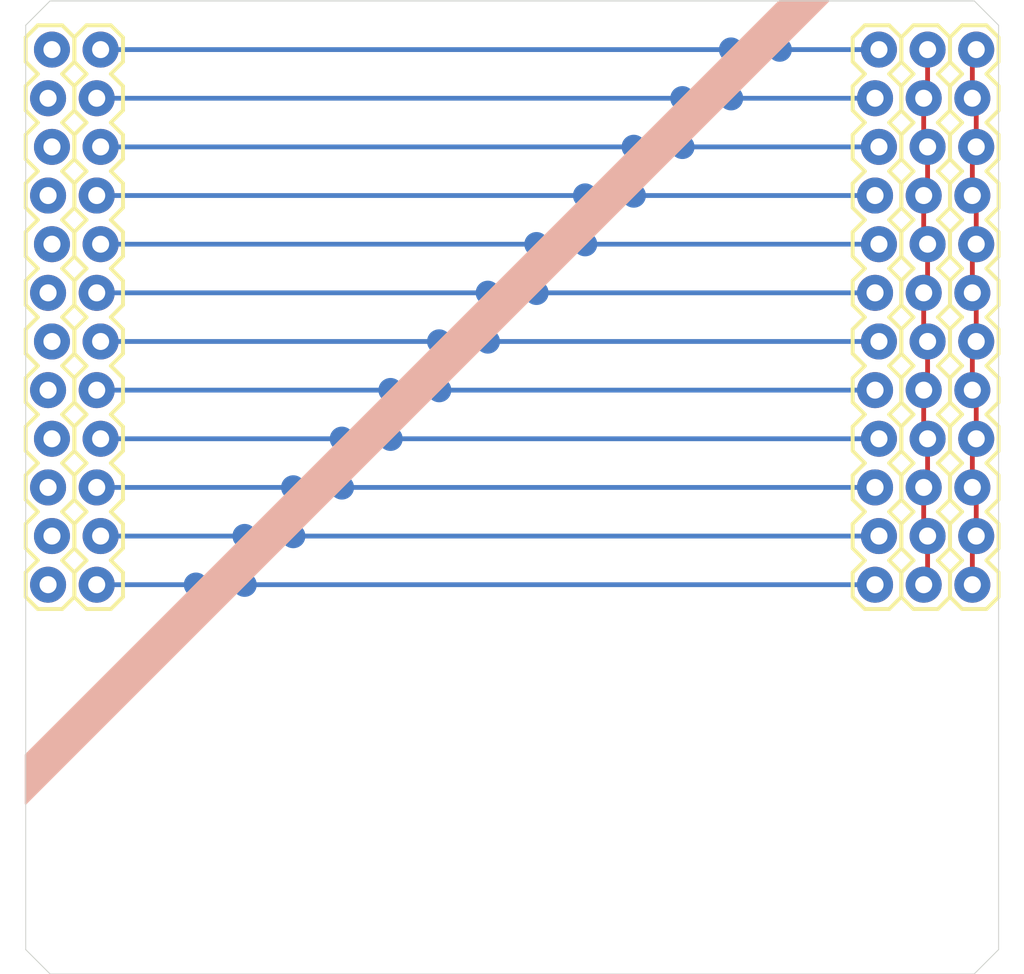
<source format=kicad_pcb>
(kicad_pcb (version 20171130) (host pcbnew "(5.1.5-0-10_14)")

  (general
    (thickness 1.6)
    (drawings 13)
    (tracks 68)
    (zones 0)
    (modules 29)
    (nets 1)
  )

  (page A4)
  (layers
    (0 F.Cu signal)
    (31 B.Cu signal)
    (32 B.Adhes user)
    (33 F.Adhes user)
    (34 B.Paste user)
    (35 F.Paste user)
    (36 B.SilkS user)
    (37 F.SilkS user)
    (38 B.Mask user)
    (39 F.Mask user)
    (40 Dwgs.User user)
    (41 Cmts.User user)
    (42 Eco1.User user)
    (43 Eco2.User user)
    (44 Edge.Cuts user)
    (45 Margin user)
    (46 B.CrtYd user)
    (47 F.CrtYd user)
    (48 B.Fab user)
    (49 F.Fab user)
  )

  (setup
    (last_trace_width 0.25)
    (trace_clearance 0.2)
    (zone_clearance 0.508)
    (zone_45_only no)
    (trace_min 0.2)
    (via_size 0.8)
    (via_drill 0.4)
    (via_min_size 0.4)
    (via_min_drill 0.3)
    (uvia_size 0.3)
    (uvia_drill 0.1)
    (uvias_allowed no)
    (uvia_min_size 0.2)
    (uvia_min_drill 0.1)
    (edge_width 0.05)
    (segment_width 0.2)
    (pcb_text_width 0.3)
    (pcb_text_size 1.5 1.5)
    (mod_edge_width 0.12)
    (mod_text_size 1 1)
    (mod_text_width 0.15)
    (pad_size 1.524 1.524)
    (pad_drill 0.762)
    (pad_to_mask_clearance 0.051)
    (solder_mask_min_width 0.25)
    (aux_axis_origin 0 0)
    (visible_elements FFFFFF7F)
    (pcbplotparams
      (layerselection 0x010fc_ffffffff)
      (usegerberextensions false)
      (usegerberattributes false)
      (usegerberadvancedattributes false)
      (creategerberjobfile false)
      (excludeedgelayer true)
      (linewidth 0.100000)
      (plotframeref false)
      (viasonmask false)
      (mode 1)
      (useauxorigin false)
      (hpglpennumber 1)
      (hpglpenspeed 20)
      (hpglpendiameter 15.000000)
      (psnegative false)
      (psa4output false)
      (plotreference true)
      (plotvalue true)
      (plotinvisibletext false)
      (padsonsilk false)
      (subtractmaskfromsilk false)
      (outputformat 1)
      (mirror false)
      (drillshape 1)
      (scaleselection 1)
      (outputdirectory ""))
  )

  (net 0 "")

  (net_class Default "This is the default net class."
    (clearance 0.2)
    (trace_width 0.25)
    (via_dia 0.8)
    (via_drill 0.4)
    (uvia_dia 0.3)
    (uvia_drill 0.1)
  )

  (module alexglow-footprints:round-pad (layer B.Cu) (tedit 61442FED) (tstamp 6144FC71)
    (at 161.29 55.88)
    (descr "ELECTRICALLY CONDUCTIVE PAD 0.05\" CIRCLE")
    (tags "ELECTRICALLY CONDUCTIVE PAD 0.05\" CIRCLE")
    (attr smd)
    (fp_text reference " " (at 0 1.27) (layer B.SilkS)
      (effects (font (size 0.6096 0.6096) (thickness 0.127)) (justify mirror))
    )
    (fp_text value " " (at 0 -1.27) (layer B.SilkS)
      (effects (font (size 0.6096 0.6096) (thickness 0.127)) (justify mirror))
    )
    (pad P$1 smd circle (at 0 0) (size 1.27 1.27) (layers B.Cu B.Paste B.Mask)
      (solder_mask_margin 0.1016))
  )

  (module alexglow-footprints:round-pad (layer B.Cu) (tedit 61442FED) (tstamp 6144FC6D)
    (at 138.43 78.74)
    (descr "ELECTRICALLY CONDUCTIVE PAD 0.05\" CIRCLE")
    (tags "ELECTRICALLY CONDUCTIVE PAD 0.05\" CIRCLE")
    (attr smd)
    (fp_text reference " " (at 0 1.27) (layer B.SilkS)
      (effects (font (size 0.6096 0.6096) (thickness 0.127)) (justify mirror))
    )
    (fp_text value " " (at 0 -1.27) (layer B.SilkS)
      (effects (font (size 0.6096 0.6096) (thickness 0.127)) (justify mirror))
    )
    (pad P$1 smd circle (at 0 0) (size 1.27 1.27) (layers B.Cu B.Paste B.Mask)
      (solder_mask_margin 0.1016))
  )

  (module alexglow-footprints:round-pad (layer B.Cu) (tedit 61442FED) (tstamp 6144FC69)
    (at 161.29 58.42)
    (descr "ELECTRICALLY CONDUCTIVE PAD 0.05\" CIRCLE")
    (tags "ELECTRICALLY CONDUCTIVE PAD 0.05\" CIRCLE")
    (attr smd)
    (fp_text reference " " (at 0 1.27) (layer B.SilkS)
      (effects (font (size 0.6096 0.6096) (thickness 0.127)) (justify mirror))
    )
    (fp_text value " " (at 0 -1.27) (layer B.SilkS)
      (effects (font (size 0.6096 0.6096) (thickness 0.127)) (justify mirror))
    )
    (pad P$1 smd circle (at 0 0) (size 1.27 1.27) (layers B.Cu B.Paste B.Mask)
      (solder_mask_margin 0.1016))
  )

  (module alexglow-footprints:round-pad (layer B.Cu) (tedit 61442FED) (tstamp 6144FC65)
    (at 138.43 81.28)
    (descr "ELECTRICALLY CONDUCTIVE PAD 0.05\" CIRCLE")
    (tags "ELECTRICALLY CONDUCTIVE PAD 0.05\" CIRCLE")
    (attr smd)
    (fp_text reference " " (at 0 1.27) (layer B.SilkS)
      (effects (font (size 0.6096 0.6096) (thickness 0.127)) (justify mirror))
    )
    (fp_text value " " (at 0 -1.27) (layer B.SilkS)
      (effects (font (size 0.6096 0.6096) (thickness 0.127)) (justify mirror))
    )
    (pad P$1 smd circle (at 0 0) (size 1.27 1.27) (layers B.Cu B.Paste B.Mask)
      (solder_mask_margin 0.1016))
  )

  (module alexglow-footprints:round-pad (layer B.Cu) (tedit 61442FED) (tstamp 6144FC61)
    (at 135.89 81.28)
    (descr "ELECTRICALLY CONDUCTIVE PAD 0.05\" CIRCLE")
    (tags "ELECTRICALLY CONDUCTIVE PAD 0.05\" CIRCLE")
    (attr smd)
    (fp_text reference " " (at 0 1.27) (layer B.SilkS)
      (effects (font (size 0.6096 0.6096) (thickness 0.127)) (justify mirror))
    )
    (fp_text value " " (at 0 -1.27) (layer B.SilkS)
      (effects (font (size 0.6096 0.6096) (thickness 0.127)) (justify mirror))
    )
    (pad P$1 smd circle (at 0 0) (size 1.27 1.27) (layers B.Cu B.Paste B.Mask)
      (solder_mask_margin 0.1016))
  )

  (module alexglow-footprints:round-pad (layer B.Cu) (tedit 61442FED) (tstamp 6144FC5D)
    (at 158.75 58.42)
    (descr "ELECTRICALLY CONDUCTIVE PAD 0.05\" CIRCLE")
    (tags "ELECTRICALLY CONDUCTIVE PAD 0.05\" CIRCLE")
    (attr smd)
    (fp_text reference " " (at 0 1.27) (layer B.SilkS)
      (effects (font (size 0.6096 0.6096) (thickness 0.127)) (justify mirror))
    )
    (fp_text value " " (at 0 -1.27) (layer B.SilkS)
      (effects (font (size 0.6096 0.6096) (thickness 0.127)) (justify mirror))
    )
    (pad P$1 smd circle (at 0 0) (size 1.27 1.27) (layers B.Cu B.Paste B.Mask)
      (solder_mask_margin 0.1016))
  )

  (module alexglow-footprints:round-pad (layer B.Cu) (tedit 61442FED) (tstamp 6144FC59)
    (at 158.75 60.96)
    (descr "ELECTRICALLY CONDUCTIVE PAD 0.05\" CIRCLE")
    (tags "ELECTRICALLY CONDUCTIVE PAD 0.05\" CIRCLE")
    (attr smd)
    (fp_text reference " " (at 0 1.27) (layer B.SilkS)
      (effects (font (size 0.6096 0.6096) (thickness 0.127)) (justify mirror))
    )
    (fp_text value " " (at 0 -1.27) (layer B.SilkS)
      (effects (font (size 0.6096 0.6096) (thickness 0.127)) (justify mirror))
    )
    (pad P$1 smd circle (at 0 0) (size 1.27 1.27) (layers B.Cu B.Paste B.Mask)
      (solder_mask_margin 0.1016))
  )

  (module alexglow-footprints:round-pad (layer B.Cu) (tedit 61442FED) (tstamp 6144FC55)
    (at 156.21 60.96)
    (descr "ELECTRICALLY CONDUCTIVE PAD 0.05\" CIRCLE")
    (tags "ELECTRICALLY CONDUCTIVE PAD 0.05\" CIRCLE")
    (attr smd)
    (fp_text reference " " (at 0 1.27) (layer B.SilkS)
      (effects (font (size 0.6096 0.6096) (thickness 0.127)) (justify mirror))
    )
    (fp_text value " " (at 0 -1.27) (layer B.SilkS)
      (effects (font (size 0.6096 0.6096) (thickness 0.127)) (justify mirror))
    )
    (pad P$1 smd circle (at 0 0) (size 1.27 1.27) (layers B.Cu B.Paste B.Mask)
      (solder_mask_margin 0.1016))
  )

  (module alexglow-footprints:round-pad (layer B.Cu) (tedit 61442FED) (tstamp 6144FC51)
    (at 156.21 63.5)
    (descr "ELECTRICALLY CONDUCTIVE PAD 0.05\" CIRCLE")
    (tags "ELECTRICALLY CONDUCTIVE PAD 0.05\" CIRCLE")
    (attr smd)
    (fp_text reference " " (at 0 1.27) (layer B.SilkS)
      (effects (font (size 0.6096 0.6096) (thickness 0.127)) (justify mirror))
    )
    (fp_text value " " (at 0 -1.27) (layer B.SilkS)
      (effects (font (size 0.6096 0.6096) (thickness 0.127)) (justify mirror))
    )
    (pad P$1 smd circle (at 0 0) (size 1.27 1.27) (layers B.Cu B.Paste B.Mask)
      (solder_mask_margin 0.1016))
  )

  (module alexglow-footprints:round-pad (layer B.Cu) (tedit 61442FED) (tstamp 6144FC4D)
    (at 153.67 63.5)
    (descr "ELECTRICALLY CONDUCTIVE PAD 0.05\" CIRCLE")
    (tags "ELECTRICALLY CONDUCTIVE PAD 0.05\" CIRCLE")
    (attr smd)
    (fp_text reference " " (at 0 1.27) (layer B.SilkS)
      (effects (font (size 0.6096 0.6096) (thickness 0.127)) (justify mirror))
    )
    (fp_text value " " (at 0 -1.27) (layer B.SilkS)
      (effects (font (size 0.6096 0.6096) (thickness 0.127)) (justify mirror))
    )
    (pad P$1 smd circle (at 0 0) (size 1.27 1.27) (layers B.Cu B.Paste B.Mask)
      (solder_mask_margin 0.1016))
  )

  (module alexglow-footprints:round-pad (layer B.Cu) (tedit 61442FED) (tstamp 6144FC49)
    (at 153.67 66.04)
    (descr "ELECTRICALLY CONDUCTIVE PAD 0.05\" CIRCLE")
    (tags "ELECTRICALLY CONDUCTIVE PAD 0.05\" CIRCLE")
    (attr smd)
    (fp_text reference " " (at 0 1.27) (layer B.SilkS)
      (effects (font (size 0.6096 0.6096) (thickness 0.127)) (justify mirror))
    )
    (fp_text value " " (at 0 -1.27) (layer B.SilkS)
      (effects (font (size 0.6096 0.6096) (thickness 0.127)) (justify mirror))
    )
    (pad P$1 smd circle (at 0 0) (size 1.27 1.27) (layers B.Cu B.Paste B.Mask)
      (solder_mask_margin 0.1016))
  )

  (module alexglow-footprints:round-pad (layer B.Cu) (tedit 61442FED) (tstamp 6144FC45)
    (at 151.13 66.04)
    (descr "ELECTRICALLY CONDUCTIVE PAD 0.05\" CIRCLE")
    (tags "ELECTRICALLY CONDUCTIVE PAD 0.05\" CIRCLE")
    (attr smd)
    (fp_text reference " " (at 0 1.27) (layer B.SilkS)
      (effects (font (size 0.6096 0.6096) (thickness 0.127)) (justify mirror))
    )
    (fp_text value " " (at 0 -1.27) (layer B.SilkS)
      (effects (font (size 0.6096 0.6096) (thickness 0.127)) (justify mirror))
    )
    (pad P$1 smd circle (at 0 0) (size 1.27 1.27) (layers B.Cu B.Paste B.Mask)
      (solder_mask_margin 0.1016))
  )

  (module alexglow-footprints:round-pad (layer B.Cu) (tedit 61442FED) (tstamp 6144FC41)
    (at 151.13 68.58)
    (descr "ELECTRICALLY CONDUCTIVE PAD 0.05\" CIRCLE")
    (tags "ELECTRICALLY CONDUCTIVE PAD 0.05\" CIRCLE")
    (attr smd)
    (fp_text reference " " (at 0 1.27) (layer B.SilkS)
      (effects (font (size 0.6096 0.6096) (thickness 0.127)) (justify mirror))
    )
    (fp_text value " " (at 0 -1.27) (layer B.SilkS)
      (effects (font (size 0.6096 0.6096) (thickness 0.127)) (justify mirror))
    )
    (pad P$1 smd circle (at 0 0) (size 1.27 1.27) (layers B.Cu B.Paste B.Mask)
      (solder_mask_margin 0.1016))
  )

  (module alexglow-footprints:round-pad (layer B.Cu) (tedit 61442FED) (tstamp 6144FC3D)
    (at 148.59 68.58)
    (descr "ELECTRICALLY CONDUCTIVE PAD 0.05\" CIRCLE")
    (tags "ELECTRICALLY CONDUCTIVE PAD 0.05\" CIRCLE")
    (attr smd)
    (fp_text reference " " (at 0 1.27) (layer B.SilkS)
      (effects (font (size 0.6096 0.6096) (thickness 0.127)) (justify mirror))
    )
    (fp_text value " " (at 0 -1.27) (layer B.SilkS)
      (effects (font (size 0.6096 0.6096) (thickness 0.127)) (justify mirror))
    )
    (pad P$1 smd circle (at 0 0) (size 1.27 1.27) (layers B.Cu B.Paste B.Mask)
      (solder_mask_margin 0.1016))
  )

  (module alexglow-footprints:round-pad (layer B.Cu) (tedit 61442FED) (tstamp 6144FC39)
    (at 148.59 71.12)
    (descr "ELECTRICALLY CONDUCTIVE PAD 0.05\" CIRCLE")
    (tags "ELECTRICALLY CONDUCTIVE PAD 0.05\" CIRCLE")
    (attr smd)
    (fp_text reference " " (at 0 1.27) (layer B.SilkS)
      (effects (font (size 0.6096 0.6096) (thickness 0.127)) (justify mirror))
    )
    (fp_text value " " (at 0 -1.27) (layer B.SilkS)
      (effects (font (size 0.6096 0.6096) (thickness 0.127)) (justify mirror))
    )
    (pad P$1 smd circle (at 0 0) (size 1.27 1.27) (layers B.Cu B.Paste B.Mask)
      (solder_mask_margin 0.1016))
  )

  (module alexglow-footprints:round-pad (layer B.Cu) (tedit 61442FED) (tstamp 6144FC35)
    (at 146.05 71.12)
    (descr "ELECTRICALLY CONDUCTIVE PAD 0.05\" CIRCLE")
    (tags "ELECTRICALLY CONDUCTIVE PAD 0.05\" CIRCLE")
    (attr smd)
    (fp_text reference " " (at 0 1.27) (layer B.SilkS)
      (effects (font (size 0.6096 0.6096) (thickness 0.127)) (justify mirror))
    )
    (fp_text value " " (at 0 -1.27) (layer B.SilkS)
      (effects (font (size 0.6096 0.6096) (thickness 0.127)) (justify mirror))
    )
    (pad P$1 smd circle (at 0 0) (size 1.27 1.27) (layers B.Cu B.Paste B.Mask)
      (solder_mask_margin 0.1016))
  )

  (module alexglow-footprints:round-pad (layer B.Cu) (tedit 61442FED) (tstamp 6144FC31)
    (at 146.05 73.66)
    (descr "ELECTRICALLY CONDUCTIVE PAD 0.05\" CIRCLE")
    (tags "ELECTRICALLY CONDUCTIVE PAD 0.05\" CIRCLE")
    (attr smd)
    (fp_text reference " " (at 0 1.27) (layer B.SilkS)
      (effects (font (size 0.6096 0.6096) (thickness 0.127)) (justify mirror))
    )
    (fp_text value " " (at 0 -1.27) (layer B.SilkS)
      (effects (font (size 0.6096 0.6096) (thickness 0.127)) (justify mirror))
    )
    (pad P$1 smd circle (at 0 0) (size 1.27 1.27) (layers B.Cu B.Paste B.Mask)
      (solder_mask_margin 0.1016))
  )

  (module alexglow-footprints:round-pad (layer B.Cu) (tedit 61442FED) (tstamp 6144FC2D)
    (at 143.51 73.66)
    (descr "ELECTRICALLY CONDUCTIVE PAD 0.05\" CIRCLE")
    (tags "ELECTRICALLY CONDUCTIVE PAD 0.05\" CIRCLE")
    (attr smd)
    (fp_text reference " " (at 0 1.27) (layer B.SilkS)
      (effects (font (size 0.6096 0.6096) (thickness 0.127)) (justify mirror))
    )
    (fp_text value " " (at 0 -1.27) (layer B.SilkS)
      (effects (font (size 0.6096 0.6096) (thickness 0.127)) (justify mirror))
    )
    (pad P$1 smd circle (at 0 0) (size 1.27 1.27) (layers B.Cu B.Paste B.Mask)
      (solder_mask_margin 0.1016))
  )

  (module alexglow-footprints:round-pad (layer B.Cu) (tedit 61442FED) (tstamp 6144FC29)
    (at 143.51 76.2)
    (descr "ELECTRICALLY CONDUCTIVE PAD 0.05\" CIRCLE")
    (tags "ELECTRICALLY CONDUCTIVE PAD 0.05\" CIRCLE")
    (attr smd)
    (fp_text reference " " (at 0 1.27) (layer B.SilkS)
      (effects (font (size 0.6096 0.6096) (thickness 0.127)) (justify mirror))
    )
    (fp_text value " " (at 0 -1.27) (layer B.SilkS)
      (effects (font (size 0.6096 0.6096) (thickness 0.127)) (justify mirror))
    )
    (pad P$1 smd circle (at 0 0) (size 1.27 1.27) (layers B.Cu B.Paste B.Mask)
      (solder_mask_margin 0.1016))
  )

  (module alexglow-footprints:round-pad (layer B.Cu) (tedit 61442FED) (tstamp 6144FC25)
    (at 140.97 76.2)
    (descr "ELECTRICALLY CONDUCTIVE PAD 0.05\" CIRCLE")
    (tags "ELECTRICALLY CONDUCTIVE PAD 0.05\" CIRCLE")
    (attr smd)
    (fp_text reference " " (at 0 1.27) (layer B.SilkS)
      (effects (font (size 0.6096 0.6096) (thickness 0.127)) (justify mirror))
    )
    (fp_text value " " (at 0 -1.27) (layer B.SilkS)
      (effects (font (size 0.6096 0.6096) (thickness 0.127)) (justify mirror))
    )
    (pad P$1 smd circle (at 0 0) (size 1.27 1.27) (layers B.Cu B.Paste B.Mask)
      (solder_mask_margin 0.1016))
  )

  (module alexglow-footprints:round-pad (layer B.Cu) (tedit 61442FED) (tstamp 6144FC21)
    (at 140.97 78.74)
    (descr "ELECTRICALLY CONDUCTIVE PAD 0.05\" CIRCLE")
    (tags "ELECTRICALLY CONDUCTIVE PAD 0.05\" CIRCLE")
    (attr smd)
    (fp_text reference " " (at 0 1.27) (layer B.SilkS)
      (effects (font (size 0.6096 0.6096) (thickness 0.127)) (justify mirror))
    )
    (fp_text value " " (at 0 -1.27) (layer B.SilkS)
      (effects (font (size 0.6096 0.6096) (thickness 0.127)) (justify mirror))
    )
    (pad P$1 smd circle (at 0 0) (size 1.27 1.27) (layers B.Cu B.Paste B.Mask)
      (solder_mask_margin 0.1016))
  )

  (module alexglow-footprints:round-pad (layer B.Cu) (tedit 61442FED) (tstamp 6144FC1D)
    (at 166.37 53.34)
    (descr "ELECTRICALLY CONDUCTIVE PAD 0.05\" CIRCLE")
    (tags "ELECTRICALLY CONDUCTIVE PAD 0.05\" CIRCLE")
    (attr smd)
    (fp_text reference " " (at 0 1.27) (layer B.SilkS)
      (effects (font (size 0.6096 0.6096) (thickness 0.127)) (justify mirror))
    )
    (fp_text value " " (at 0 -1.27) (layer B.SilkS)
      (effects (font (size 0.6096 0.6096) (thickness 0.127)) (justify mirror))
    )
    (pad P$1 smd circle (at 0 0) (size 1.27 1.27) (layers B.Cu B.Paste B.Mask)
      (solder_mask_margin 0.1016))
  )

  (module alexglow-footprints:round-pad (layer B.Cu) (tedit 61442FED) (tstamp 6144FC19)
    (at 163.83 55.88)
    (descr "ELECTRICALLY CONDUCTIVE PAD 0.05\" CIRCLE")
    (tags "ELECTRICALLY CONDUCTIVE PAD 0.05\" CIRCLE")
    (attr smd)
    (fp_text reference " " (at 0 1.27) (layer B.SilkS)
      (effects (font (size 0.6096 0.6096) (thickness 0.127)) (justify mirror))
    )
    (fp_text value " " (at 0 -1.27) (layer B.SilkS)
      (effects (font (size 0.6096 0.6096) (thickness 0.127)) (justify mirror))
    )
    (pad P$1 smd circle (at 0 0) (size 1.27 1.27) (layers B.Cu B.Paste B.Mask)
      (solder_mask_margin 0.1016))
  )

  (module alexglow-footprints:round-pad (layer B.Cu) (tedit 61442FED) (tstamp 6144FC15)
    (at 163.83 53.34)
    (descr "ELECTRICALLY CONDUCTIVE PAD 0.05\" CIRCLE")
    (tags "ELECTRICALLY CONDUCTIVE PAD 0.05\" CIRCLE")
    (attr smd)
    (fp_text reference " " (at 0 1.27) (layer B.SilkS)
      (effects (font (size 0.6096 0.6096) (thickness 0.127)) (justify mirror))
    )
    (fp_text value " " (at 0 -1.27) (layer B.SilkS)
      (effects (font (size 0.6096 0.6096) (thickness 0.127)) (justify mirror))
    )
    (pad P$1 smd circle (at 0 0) (size 1.27 1.27) (layers B.Cu B.Paste B.Mask)
      (solder_mask_margin 0.1016))
  )

  (module Connectors:1X12_MACHINE-PIN-HEADER_LOCK.004 (layer F.Cu) (tedit 5963D9EF) (tstamp 6144468C)
    (at 128.27 81.28 90)
    (descr "PLATED THROUGH HOLE -12 PIN MACHINE PIN HEADERS")
    (tags "PLATED THROUGH HOLE -12 PIN MACHINE PIN HEADERS")
    (attr virtual)
    (fp_text reference " " (at 0 -2.032 90) (layer F.SilkS)
      (effects (font (size 0.6096 0.6096) (thickness 0.127)))
    )
    (fp_text value " " (at 0 2.032 90) (layer F.SilkS)
      (effects (font (size 0.6096 0.6096) (thickness 0.127)))
    )
    (fp_line (start 29.21 -0.635) (end 29.21 0.635) (layer F.SilkS) (width 0.2032))
    (fp_line (start 15.875 1.27) (end 14.605 1.27) (layer F.SilkS) (width 0.2032))
    (fp_line (start 13.97 0.635) (end 14.605 1.27) (layer F.SilkS) (width 0.2032))
    (fp_line (start 14.605 -1.27) (end 13.97 -0.635) (layer F.SilkS) (width 0.2032))
    (fp_line (start 17.145 1.27) (end 16.51 0.635) (layer F.SilkS) (width 0.2032))
    (fp_line (start 18.415 1.27) (end 17.145 1.27) (layer F.SilkS) (width 0.2032))
    (fp_line (start 19.05 0.635) (end 18.415 1.27) (layer F.SilkS) (width 0.2032))
    (fp_line (start 18.415 -1.27) (end 19.05 -0.635) (layer F.SilkS) (width 0.2032))
    (fp_line (start 17.145 -1.27) (end 18.415 -1.27) (layer F.SilkS) (width 0.2032))
    (fp_line (start 16.51 -0.635) (end 17.145 -1.27) (layer F.SilkS) (width 0.2032))
    (fp_line (start 16.51 0.635) (end 15.875 1.27) (layer F.SilkS) (width 0.2032))
    (fp_line (start 15.875 -1.27) (end 16.51 -0.635) (layer F.SilkS) (width 0.2032))
    (fp_line (start 14.605 -1.27) (end 15.875 -1.27) (layer F.SilkS) (width 0.2032))
    (fp_line (start 23.495 1.27) (end 22.225 1.27) (layer F.SilkS) (width 0.2032))
    (fp_line (start 21.59 0.635) (end 22.225 1.27) (layer F.SilkS) (width 0.2032))
    (fp_line (start 22.225 -1.27) (end 21.59 -0.635) (layer F.SilkS) (width 0.2032))
    (fp_line (start 19.685 1.27) (end 19.05 0.635) (layer F.SilkS) (width 0.2032))
    (fp_line (start 20.955 1.27) (end 19.685 1.27) (layer F.SilkS) (width 0.2032))
    (fp_line (start 21.59 0.635) (end 20.955 1.27) (layer F.SilkS) (width 0.2032))
    (fp_line (start 20.955 -1.27) (end 21.59 -0.635) (layer F.SilkS) (width 0.2032))
    (fp_line (start 19.685 -1.27) (end 20.955 -1.27) (layer F.SilkS) (width 0.2032))
    (fp_line (start 19.05 -0.635) (end 19.685 -1.27) (layer F.SilkS) (width 0.2032))
    (fp_line (start 24.765 1.27) (end 24.13 0.635) (layer F.SilkS) (width 0.2032))
    (fp_line (start 26.035 1.27) (end 24.765 1.27) (layer F.SilkS) (width 0.2032))
    (fp_line (start 26.67 0.635) (end 26.035 1.27) (layer F.SilkS) (width 0.2032))
    (fp_line (start 26.035 -1.27) (end 26.67 -0.635) (layer F.SilkS) (width 0.2032))
    (fp_line (start 24.765 -1.27) (end 26.035 -1.27) (layer F.SilkS) (width 0.2032))
    (fp_line (start 24.13 -0.635) (end 24.765 -1.27) (layer F.SilkS) (width 0.2032))
    (fp_line (start 24.13 0.635) (end 23.495 1.27) (layer F.SilkS) (width 0.2032))
    (fp_line (start 23.495 -1.27) (end 24.13 -0.635) (layer F.SilkS) (width 0.2032))
    (fp_line (start 22.225 -1.27) (end 23.495 -1.27) (layer F.SilkS) (width 0.2032))
    (fp_line (start 27.305 1.27) (end 26.67 0.635) (layer F.SilkS) (width 0.2032))
    (fp_line (start 28.575 1.27) (end 27.305 1.27) (layer F.SilkS) (width 0.2032))
    (fp_line (start 29.21 0.635) (end 28.575 1.27) (layer F.SilkS) (width 0.2032))
    (fp_line (start 28.575 -1.27) (end 29.21 -0.635) (layer F.SilkS) (width 0.2032))
    (fp_line (start 27.305 -1.27) (end 28.575 -1.27) (layer F.SilkS) (width 0.2032))
    (fp_line (start 26.67 -0.635) (end 27.305 -1.27) (layer F.SilkS) (width 0.2032))
    (fp_line (start 0.635 1.27) (end -0.635 1.27) (layer F.SilkS) (width 0.2032))
    (fp_line (start -1.27 0.635) (end -0.635 1.27) (layer F.SilkS) (width 0.2032))
    (fp_line (start -0.635 -1.27) (end -1.27 -0.635) (layer F.SilkS) (width 0.2032))
    (fp_line (start -1.27 -0.635) (end -1.27 0.635) (layer F.SilkS) (width 0.2032))
    (fp_line (start 1.905 1.27) (end 1.27 0.635) (layer F.SilkS) (width 0.2032))
    (fp_line (start 3.175 1.27) (end 1.905 1.27) (layer F.SilkS) (width 0.2032))
    (fp_line (start 3.81 0.635) (end 3.175 1.27) (layer F.SilkS) (width 0.2032))
    (fp_line (start 3.175 -1.27) (end 3.81 -0.635) (layer F.SilkS) (width 0.2032))
    (fp_line (start 1.905 -1.27) (end 3.175 -1.27) (layer F.SilkS) (width 0.2032))
    (fp_line (start 1.27 -0.635) (end 1.905 -1.27) (layer F.SilkS) (width 0.2032))
    (fp_line (start 1.27 0.635) (end 0.635 1.27) (layer F.SilkS) (width 0.2032))
    (fp_line (start 0.635 -1.27) (end 1.27 -0.635) (layer F.SilkS) (width 0.2032))
    (fp_line (start -0.635 -1.27) (end 0.635 -1.27) (layer F.SilkS) (width 0.2032))
    (fp_line (start 8.255 1.27) (end 6.985 1.27) (layer F.SilkS) (width 0.2032))
    (fp_line (start 6.35 0.635) (end 6.985 1.27) (layer F.SilkS) (width 0.2032))
    (fp_line (start 6.985 -1.27) (end 6.35 -0.635) (layer F.SilkS) (width 0.2032))
    (fp_line (start 4.445 1.27) (end 3.81 0.635) (layer F.SilkS) (width 0.2032))
    (fp_line (start 5.715 1.27) (end 4.445 1.27) (layer F.SilkS) (width 0.2032))
    (fp_line (start 6.35 0.635) (end 5.715 1.27) (layer F.SilkS) (width 0.2032))
    (fp_line (start 5.715 -1.27) (end 6.35 -0.635) (layer F.SilkS) (width 0.2032))
    (fp_line (start 4.445 -1.27) (end 5.715 -1.27) (layer F.SilkS) (width 0.2032))
    (fp_line (start 3.81 -0.635) (end 4.445 -1.27) (layer F.SilkS) (width 0.2032))
    (fp_line (start 9.525 1.27) (end 8.89 0.635) (layer F.SilkS) (width 0.2032))
    (fp_line (start 10.795 1.27) (end 9.525 1.27) (layer F.SilkS) (width 0.2032))
    (fp_line (start 11.43 0.635) (end 10.795 1.27) (layer F.SilkS) (width 0.2032))
    (fp_line (start 10.795 -1.27) (end 11.43 -0.635) (layer F.SilkS) (width 0.2032))
    (fp_line (start 9.525 -1.27) (end 10.795 -1.27) (layer F.SilkS) (width 0.2032))
    (fp_line (start 8.89 -0.635) (end 9.525 -1.27) (layer F.SilkS) (width 0.2032))
    (fp_line (start 8.89 0.635) (end 8.255 1.27) (layer F.SilkS) (width 0.2032))
    (fp_line (start 8.255 -1.27) (end 8.89 -0.635) (layer F.SilkS) (width 0.2032))
    (fp_line (start 6.985 -1.27) (end 8.255 -1.27) (layer F.SilkS) (width 0.2032))
    (fp_line (start 12.065 1.27) (end 11.43 0.635) (layer F.SilkS) (width 0.2032))
    (fp_line (start 13.335 1.27) (end 12.065 1.27) (layer F.SilkS) (width 0.2032))
    (fp_line (start 13.97 0.635) (end 13.335 1.27) (layer F.SilkS) (width 0.2032))
    (fp_line (start 13.335 -1.27) (end 13.97 -0.635) (layer F.SilkS) (width 0.2032))
    (fp_line (start 12.065 -1.27) (end 13.335 -1.27) (layer F.SilkS) (width 0.2032))
    (fp_line (start 11.43 -0.635) (end 12.065 -1.27) (layer F.SilkS) (width 0.2032))
    (pad 12 thru_hole circle (at 27.94 0.1016 90) (size 1.8796 1.8796) (drill 0.889) (layers *.Cu *.Mask)
      (solder_mask_margin 0.1016))
    (pad 11 thru_hole circle (at 25.4 -0.1016 90) (size 1.8796 1.8796) (drill 0.889) (layers *.Cu *.Mask)
      (solder_mask_margin 0.1016))
    (pad 10 thru_hole circle (at 22.86 0.1016 90) (size 1.8796 1.8796) (drill 0.889) (layers *.Cu *.Mask)
      (solder_mask_margin 0.1016))
    (pad 9 thru_hole circle (at 20.32 -0.1016 90) (size 1.8796 1.8796) (drill 0.889) (layers *.Cu *.Mask)
      (solder_mask_margin 0.1016))
    (pad 8 thru_hole circle (at 17.78 0.1016 90) (size 1.8796 1.8796) (drill 0.889) (layers *.Cu *.Mask)
      (solder_mask_margin 0.1016))
    (pad 7 thru_hole circle (at 15.24 -0.1016 90) (size 1.8796 1.8796) (drill 0.889) (layers *.Cu *.Mask)
      (solder_mask_margin 0.1016))
    (pad 6 thru_hole circle (at 12.7 0.1016 90) (size 1.8796 1.8796) (drill 0.889) (layers *.Cu *.Mask)
      (solder_mask_margin 0.1016))
    (pad 5 thru_hole circle (at 10.16 -0.1016 90) (size 1.8796 1.8796) (drill 0.889) (layers *.Cu *.Mask)
      (solder_mask_margin 0.1016))
    (pad 4 thru_hole circle (at 7.62 0.1016 90) (size 1.8796 1.8796) (drill 0.889) (layers *.Cu *.Mask)
      (solder_mask_margin 0.1016))
    (pad 3 thru_hole circle (at 5.08 -0.1016 90) (size 1.8796 1.8796) (drill 0.889) (layers *.Cu *.Mask)
      (solder_mask_margin 0.1016))
    (pad 2 thru_hole circle (at 2.54 0.1016 90) (size 1.8796 1.8796) (drill 0.889) (layers *.Cu *.Mask)
      (solder_mask_margin 0.1016))
    (pad 1 thru_hole circle (at 0 -0.1016 90) (size 1.8796 1.8796) (drill 0.889) (layers *.Cu *.Mask)
      (solder_mask_margin 0.1016))
  )

  (module Connectors:1X12_MACHINE-PIN-HEADER_LOCK.004 (layer F.Cu) (tedit 5963D9EF) (tstamp 614444CE)
    (at 130.81 81.28 90)
    (descr "PLATED THROUGH HOLE -12 PIN MACHINE PIN HEADERS")
    (tags "PLATED THROUGH HOLE -12 PIN MACHINE PIN HEADERS")
    (attr virtual)
    (fp_text reference " " (at 0 -2.032 90) (layer F.SilkS)
      (effects (font (size 0.6096 0.6096) (thickness 0.127)))
    )
    (fp_text value " " (at 0 2.032 90) (layer F.SilkS)
      (effects (font (size 0.6096 0.6096) (thickness 0.127)))
    )
    (fp_line (start 29.21 -0.635) (end 29.21 0.635) (layer F.SilkS) (width 0.2032))
    (fp_line (start 15.875 1.27) (end 14.605 1.27) (layer F.SilkS) (width 0.2032))
    (fp_line (start 13.97 0.635) (end 14.605 1.27) (layer F.SilkS) (width 0.2032))
    (fp_line (start 14.605 -1.27) (end 13.97 -0.635) (layer F.SilkS) (width 0.2032))
    (fp_line (start 17.145 1.27) (end 16.51 0.635) (layer F.SilkS) (width 0.2032))
    (fp_line (start 18.415 1.27) (end 17.145 1.27) (layer F.SilkS) (width 0.2032))
    (fp_line (start 19.05 0.635) (end 18.415 1.27) (layer F.SilkS) (width 0.2032))
    (fp_line (start 18.415 -1.27) (end 19.05 -0.635) (layer F.SilkS) (width 0.2032))
    (fp_line (start 17.145 -1.27) (end 18.415 -1.27) (layer F.SilkS) (width 0.2032))
    (fp_line (start 16.51 -0.635) (end 17.145 -1.27) (layer F.SilkS) (width 0.2032))
    (fp_line (start 16.51 0.635) (end 15.875 1.27) (layer F.SilkS) (width 0.2032))
    (fp_line (start 15.875 -1.27) (end 16.51 -0.635) (layer F.SilkS) (width 0.2032))
    (fp_line (start 14.605 -1.27) (end 15.875 -1.27) (layer F.SilkS) (width 0.2032))
    (fp_line (start 23.495 1.27) (end 22.225 1.27) (layer F.SilkS) (width 0.2032))
    (fp_line (start 21.59 0.635) (end 22.225 1.27) (layer F.SilkS) (width 0.2032))
    (fp_line (start 22.225 -1.27) (end 21.59 -0.635) (layer F.SilkS) (width 0.2032))
    (fp_line (start 19.685 1.27) (end 19.05 0.635) (layer F.SilkS) (width 0.2032))
    (fp_line (start 20.955 1.27) (end 19.685 1.27) (layer F.SilkS) (width 0.2032))
    (fp_line (start 21.59 0.635) (end 20.955 1.27) (layer F.SilkS) (width 0.2032))
    (fp_line (start 20.955 -1.27) (end 21.59 -0.635) (layer F.SilkS) (width 0.2032))
    (fp_line (start 19.685 -1.27) (end 20.955 -1.27) (layer F.SilkS) (width 0.2032))
    (fp_line (start 19.05 -0.635) (end 19.685 -1.27) (layer F.SilkS) (width 0.2032))
    (fp_line (start 24.765 1.27) (end 24.13 0.635) (layer F.SilkS) (width 0.2032))
    (fp_line (start 26.035 1.27) (end 24.765 1.27) (layer F.SilkS) (width 0.2032))
    (fp_line (start 26.67 0.635) (end 26.035 1.27) (layer F.SilkS) (width 0.2032))
    (fp_line (start 26.035 -1.27) (end 26.67 -0.635) (layer F.SilkS) (width 0.2032))
    (fp_line (start 24.765 -1.27) (end 26.035 -1.27) (layer F.SilkS) (width 0.2032))
    (fp_line (start 24.13 -0.635) (end 24.765 -1.27) (layer F.SilkS) (width 0.2032))
    (fp_line (start 24.13 0.635) (end 23.495 1.27) (layer F.SilkS) (width 0.2032))
    (fp_line (start 23.495 -1.27) (end 24.13 -0.635) (layer F.SilkS) (width 0.2032))
    (fp_line (start 22.225 -1.27) (end 23.495 -1.27) (layer F.SilkS) (width 0.2032))
    (fp_line (start 27.305 1.27) (end 26.67 0.635) (layer F.SilkS) (width 0.2032))
    (fp_line (start 28.575 1.27) (end 27.305 1.27) (layer F.SilkS) (width 0.2032))
    (fp_line (start 29.21 0.635) (end 28.575 1.27) (layer F.SilkS) (width 0.2032))
    (fp_line (start 28.575 -1.27) (end 29.21 -0.635) (layer F.SilkS) (width 0.2032))
    (fp_line (start 27.305 -1.27) (end 28.575 -1.27) (layer F.SilkS) (width 0.2032))
    (fp_line (start 26.67 -0.635) (end 27.305 -1.27) (layer F.SilkS) (width 0.2032))
    (fp_line (start 0.635 1.27) (end -0.635 1.27) (layer F.SilkS) (width 0.2032))
    (fp_line (start -1.27 0.635) (end -0.635 1.27) (layer F.SilkS) (width 0.2032))
    (fp_line (start -0.635 -1.27) (end -1.27 -0.635) (layer F.SilkS) (width 0.2032))
    (fp_line (start -1.27 -0.635) (end -1.27 0.635) (layer F.SilkS) (width 0.2032))
    (fp_line (start 1.905 1.27) (end 1.27 0.635) (layer F.SilkS) (width 0.2032))
    (fp_line (start 3.175 1.27) (end 1.905 1.27) (layer F.SilkS) (width 0.2032))
    (fp_line (start 3.81 0.635) (end 3.175 1.27) (layer F.SilkS) (width 0.2032))
    (fp_line (start 3.175 -1.27) (end 3.81 -0.635) (layer F.SilkS) (width 0.2032))
    (fp_line (start 1.905 -1.27) (end 3.175 -1.27) (layer F.SilkS) (width 0.2032))
    (fp_line (start 1.27 -0.635) (end 1.905 -1.27) (layer F.SilkS) (width 0.2032))
    (fp_line (start 1.27 0.635) (end 0.635 1.27) (layer F.SilkS) (width 0.2032))
    (fp_line (start 0.635 -1.27) (end 1.27 -0.635) (layer F.SilkS) (width 0.2032))
    (fp_line (start -0.635 -1.27) (end 0.635 -1.27) (layer F.SilkS) (width 0.2032))
    (fp_line (start 8.255 1.27) (end 6.985 1.27) (layer F.SilkS) (width 0.2032))
    (fp_line (start 6.35 0.635) (end 6.985 1.27) (layer F.SilkS) (width 0.2032))
    (fp_line (start 6.985 -1.27) (end 6.35 -0.635) (layer F.SilkS) (width 0.2032))
    (fp_line (start 4.445 1.27) (end 3.81 0.635) (layer F.SilkS) (width 0.2032))
    (fp_line (start 5.715 1.27) (end 4.445 1.27) (layer F.SilkS) (width 0.2032))
    (fp_line (start 6.35 0.635) (end 5.715 1.27) (layer F.SilkS) (width 0.2032))
    (fp_line (start 5.715 -1.27) (end 6.35 -0.635) (layer F.SilkS) (width 0.2032))
    (fp_line (start 4.445 -1.27) (end 5.715 -1.27) (layer F.SilkS) (width 0.2032))
    (fp_line (start 3.81 -0.635) (end 4.445 -1.27) (layer F.SilkS) (width 0.2032))
    (fp_line (start 9.525 1.27) (end 8.89 0.635) (layer F.SilkS) (width 0.2032))
    (fp_line (start 10.795 1.27) (end 9.525 1.27) (layer F.SilkS) (width 0.2032))
    (fp_line (start 11.43 0.635) (end 10.795 1.27) (layer F.SilkS) (width 0.2032))
    (fp_line (start 10.795 -1.27) (end 11.43 -0.635) (layer F.SilkS) (width 0.2032))
    (fp_line (start 9.525 -1.27) (end 10.795 -1.27) (layer F.SilkS) (width 0.2032))
    (fp_line (start 8.89 -0.635) (end 9.525 -1.27) (layer F.SilkS) (width 0.2032))
    (fp_line (start 8.89 0.635) (end 8.255 1.27) (layer F.SilkS) (width 0.2032))
    (fp_line (start 8.255 -1.27) (end 8.89 -0.635) (layer F.SilkS) (width 0.2032))
    (fp_line (start 6.985 -1.27) (end 8.255 -1.27) (layer F.SilkS) (width 0.2032))
    (fp_line (start 12.065 1.27) (end 11.43 0.635) (layer F.SilkS) (width 0.2032))
    (fp_line (start 13.335 1.27) (end 12.065 1.27) (layer F.SilkS) (width 0.2032))
    (fp_line (start 13.97 0.635) (end 13.335 1.27) (layer F.SilkS) (width 0.2032))
    (fp_line (start 13.335 -1.27) (end 13.97 -0.635) (layer F.SilkS) (width 0.2032))
    (fp_line (start 12.065 -1.27) (end 13.335 -1.27) (layer F.SilkS) (width 0.2032))
    (fp_line (start 11.43 -0.635) (end 12.065 -1.27) (layer F.SilkS) (width 0.2032))
    (pad 12 thru_hole circle (at 27.94 0.1016 90) (size 1.8796 1.8796) (drill 0.889) (layers *.Cu *.Mask)
      (solder_mask_margin 0.1016))
    (pad 11 thru_hole circle (at 25.4 -0.1016 90) (size 1.8796 1.8796) (drill 0.889) (layers *.Cu *.Mask)
      (solder_mask_margin 0.1016))
    (pad 10 thru_hole circle (at 22.86 0.1016 90) (size 1.8796 1.8796) (drill 0.889) (layers *.Cu *.Mask)
      (solder_mask_margin 0.1016))
    (pad 9 thru_hole circle (at 20.32 -0.1016 90) (size 1.8796 1.8796) (drill 0.889) (layers *.Cu *.Mask)
      (solder_mask_margin 0.1016))
    (pad 8 thru_hole circle (at 17.78 0.1016 90) (size 1.8796 1.8796) (drill 0.889) (layers *.Cu *.Mask)
      (solder_mask_margin 0.1016))
    (pad 7 thru_hole circle (at 15.24 -0.1016 90) (size 1.8796 1.8796) (drill 0.889) (layers *.Cu *.Mask)
      (solder_mask_margin 0.1016))
    (pad 6 thru_hole circle (at 12.7 0.1016 90) (size 1.8796 1.8796) (drill 0.889) (layers *.Cu *.Mask)
      (solder_mask_margin 0.1016))
    (pad 5 thru_hole circle (at 10.16 -0.1016 90) (size 1.8796 1.8796) (drill 0.889) (layers *.Cu *.Mask)
      (solder_mask_margin 0.1016))
    (pad 4 thru_hole circle (at 7.62 0.1016 90) (size 1.8796 1.8796) (drill 0.889) (layers *.Cu *.Mask)
      (solder_mask_margin 0.1016))
    (pad 3 thru_hole circle (at 5.08 -0.1016 90) (size 1.8796 1.8796) (drill 0.889) (layers *.Cu *.Mask)
      (solder_mask_margin 0.1016))
    (pad 2 thru_hole circle (at 2.54 0.1016 90) (size 1.8796 1.8796) (drill 0.889) (layers *.Cu *.Mask)
      (solder_mask_margin 0.1016))
    (pad 1 thru_hole circle (at 0 -0.1016 90) (size 1.8796 1.8796) (drill 0.889) (layers *.Cu *.Mask)
      (solder_mask_margin 0.1016))
  )

  (module Connectors:1X12_MACHINE-PIN-HEADER_LOCK.004 (layer F.Cu) (tedit 5963D9EF) (tstamp 61443F94)
    (at 176.53 81.28 90)
    (descr "PLATED THROUGH HOLE -12 PIN MACHINE PIN HEADERS")
    (tags "PLATED THROUGH HOLE -12 PIN MACHINE PIN HEADERS")
    (attr virtual)
    (fp_text reference " " (at 0 -2.032 90) (layer F.SilkS)
      (effects (font (size 0.6096 0.6096) (thickness 0.127)))
    )
    (fp_text value " " (at 0 2.032 90) (layer F.SilkS)
      (effects (font (size 0.6096 0.6096) (thickness 0.127)))
    )
    (fp_line (start 29.21 -0.635) (end 29.21 0.635) (layer F.SilkS) (width 0.2032))
    (fp_line (start 15.875 1.27) (end 14.605 1.27) (layer F.SilkS) (width 0.2032))
    (fp_line (start 13.97 0.635) (end 14.605 1.27) (layer F.SilkS) (width 0.2032))
    (fp_line (start 14.605 -1.27) (end 13.97 -0.635) (layer F.SilkS) (width 0.2032))
    (fp_line (start 17.145 1.27) (end 16.51 0.635) (layer F.SilkS) (width 0.2032))
    (fp_line (start 18.415 1.27) (end 17.145 1.27) (layer F.SilkS) (width 0.2032))
    (fp_line (start 19.05 0.635) (end 18.415 1.27) (layer F.SilkS) (width 0.2032))
    (fp_line (start 18.415 -1.27) (end 19.05 -0.635) (layer F.SilkS) (width 0.2032))
    (fp_line (start 17.145 -1.27) (end 18.415 -1.27) (layer F.SilkS) (width 0.2032))
    (fp_line (start 16.51 -0.635) (end 17.145 -1.27) (layer F.SilkS) (width 0.2032))
    (fp_line (start 16.51 0.635) (end 15.875 1.27) (layer F.SilkS) (width 0.2032))
    (fp_line (start 15.875 -1.27) (end 16.51 -0.635) (layer F.SilkS) (width 0.2032))
    (fp_line (start 14.605 -1.27) (end 15.875 -1.27) (layer F.SilkS) (width 0.2032))
    (fp_line (start 23.495 1.27) (end 22.225 1.27) (layer F.SilkS) (width 0.2032))
    (fp_line (start 21.59 0.635) (end 22.225 1.27) (layer F.SilkS) (width 0.2032))
    (fp_line (start 22.225 -1.27) (end 21.59 -0.635) (layer F.SilkS) (width 0.2032))
    (fp_line (start 19.685 1.27) (end 19.05 0.635) (layer F.SilkS) (width 0.2032))
    (fp_line (start 20.955 1.27) (end 19.685 1.27) (layer F.SilkS) (width 0.2032))
    (fp_line (start 21.59 0.635) (end 20.955 1.27) (layer F.SilkS) (width 0.2032))
    (fp_line (start 20.955 -1.27) (end 21.59 -0.635) (layer F.SilkS) (width 0.2032))
    (fp_line (start 19.685 -1.27) (end 20.955 -1.27) (layer F.SilkS) (width 0.2032))
    (fp_line (start 19.05 -0.635) (end 19.685 -1.27) (layer F.SilkS) (width 0.2032))
    (fp_line (start 24.765 1.27) (end 24.13 0.635) (layer F.SilkS) (width 0.2032))
    (fp_line (start 26.035 1.27) (end 24.765 1.27) (layer F.SilkS) (width 0.2032))
    (fp_line (start 26.67 0.635) (end 26.035 1.27) (layer F.SilkS) (width 0.2032))
    (fp_line (start 26.035 -1.27) (end 26.67 -0.635) (layer F.SilkS) (width 0.2032))
    (fp_line (start 24.765 -1.27) (end 26.035 -1.27) (layer F.SilkS) (width 0.2032))
    (fp_line (start 24.13 -0.635) (end 24.765 -1.27) (layer F.SilkS) (width 0.2032))
    (fp_line (start 24.13 0.635) (end 23.495 1.27) (layer F.SilkS) (width 0.2032))
    (fp_line (start 23.495 -1.27) (end 24.13 -0.635) (layer F.SilkS) (width 0.2032))
    (fp_line (start 22.225 -1.27) (end 23.495 -1.27) (layer F.SilkS) (width 0.2032))
    (fp_line (start 27.305 1.27) (end 26.67 0.635) (layer F.SilkS) (width 0.2032))
    (fp_line (start 28.575 1.27) (end 27.305 1.27) (layer F.SilkS) (width 0.2032))
    (fp_line (start 29.21 0.635) (end 28.575 1.27) (layer F.SilkS) (width 0.2032))
    (fp_line (start 28.575 -1.27) (end 29.21 -0.635) (layer F.SilkS) (width 0.2032))
    (fp_line (start 27.305 -1.27) (end 28.575 -1.27) (layer F.SilkS) (width 0.2032))
    (fp_line (start 26.67 -0.635) (end 27.305 -1.27) (layer F.SilkS) (width 0.2032))
    (fp_line (start 0.635 1.27) (end -0.635 1.27) (layer F.SilkS) (width 0.2032))
    (fp_line (start -1.27 0.635) (end -0.635 1.27) (layer F.SilkS) (width 0.2032))
    (fp_line (start -0.635 -1.27) (end -1.27 -0.635) (layer F.SilkS) (width 0.2032))
    (fp_line (start -1.27 -0.635) (end -1.27 0.635) (layer F.SilkS) (width 0.2032))
    (fp_line (start 1.905 1.27) (end 1.27 0.635) (layer F.SilkS) (width 0.2032))
    (fp_line (start 3.175 1.27) (end 1.905 1.27) (layer F.SilkS) (width 0.2032))
    (fp_line (start 3.81 0.635) (end 3.175 1.27) (layer F.SilkS) (width 0.2032))
    (fp_line (start 3.175 -1.27) (end 3.81 -0.635) (layer F.SilkS) (width 0.2032))
    (fp_line (start 1.905 -1.27) (end 3.175 -1.27) (layer F.SilkS) (width 0.2032))
    (fp_line (start 1.27 -0.635) (end 1.905 -1.27) (layer F.SilkS) (width 0.2032))
    (fp_line (start 1.27 0.635) (end 0.635 1.27) (layer F.SilkS) (width 0.2032))
    (fp_line (start 0.635 -1.27) (end 1.27 -0.635) (layer F.SilkS) (width 0.2032))
    (fp_line (start -0.635 -1.27) (end 0.635 -1.27) (layer F.SilkS) (width 0.2032))
    (fp_line (start 8.255 1.27) (end 6.985 1.27) (layer F.SilkS) (width 0.2032))
    (fp_line (start 6.35 0.635) (end 6.985 1.27) (layer F.SilkS) (width 0.2032))
    (fp_line (start 6.985 -1.27) (end 6.35 -0.635) (layer F.SilkS) (width 0.2032))
    (fp_line (start 4.445 1.27) (end 3.81 0.635) (layer F.SilkS) (width 0.2032))
    (fp_line (start 5.715 1.27) (end 4.445 1.27) (layer F.SilkS) (width 0.2032))
    (fp_line (start 6.35 0.635) (end 5.715 1.27) (layer F.SilkS) (width 0.2032))
    (fp_line (start 5.715 -1.27) (end 6.35 -0.635) (layer F.SilkS) (width 0.2032))
    (fp_line (start 4.445 -1.27) (end 5.715 -1.27) (layer F.SilkS) (width 0.2032))
    (fp_line (start 3.81 -0.635) (end 4.445 -1.27) (layer F.SilkS) (width 0.2032))
    (fp_line (start 9.525 1.27) (end 8.89 0.635) (layer F.SilkS) (width 0.2032))
    (fp_line (start 10.795 1.27) (end 9.525 1.27) (layer F.SilkS) (width 0.2032))
    (fp_line (start 11.43 0.635) (end 10.795 1.27) (layer F.SilkS) (width 0.2032))
    (fp_line (start 10.795 -1.27) (end 11.43 -0.635) (layer F.SilkS) (width 0.2032))
    (fp_line (start 9.525 -1.27) (end 10.795 -1.27) (layer F.SilkS) (width 0.2032))
    (fp_line (start 8.89 -0.635) (end 9.525 -1.27) (layer F.SilkS) (width 0.2032))
    (fp_line (start 8.89 0.635) (end 8.255 1.27) (layer F.SilkS) (width 0.2032))
    (fp_line (start 8.255 -1.27) (end 8.89 -0.635) (layer F.SilkS) (width 0.2032))
    (fp_line (start 6.985 -1.27) (end 8.255 -1.27) (layer F.SilkS) (width 0.2032))
    (fp_line (start 12.065 1.27) (end 11.43 0.635) (layer F.SilkS) (width 0.2032))
    (fp_line (start 13.335 1.27) (end 12.065 1.27) (layer F.SilkS) (width 0.2032))
    (fp_line (start 13.97 0.635) (end 13.335 1.27) (layer F.SilkS) (width 0.2032))
    (fp_line (start 13.335 -1.27) (end 13.97 -0.635) (layer F.SilkS) (width 0.2032))
    (fp_line (start 12.065 -1.27) (end 13.335 -1.27) (layer F.SilkS) (width 0.2032))
    (fp_line (start 11.43 -0.635) (end 12.065 -1.27) (layer F.SilkS) (width 0.2032))
    (pad 12 thru_hole circle (at 27.94 0.1016 90) (size 1.8796 1.8796) (drill 0.889) (layers *.Cu *.Mask)
      (solder_mask_margin 0.1016))
    (pad 11 thru_hole circle (at 25.4 -0.1016 90) (size 1.8796 1.8796) (drill 0.889) (layers *.Cu *.Mask)
      (solder_mask_margin 0.1016))
    (pad 10 thru_hole circle (at 22.86 0.1016 90) (size 1.8796 1.8796) (drill 0.889) (layers *.Cu *.Mask)
      (solder_mask_margin 0.1016))
    (pad 9 thru_hole circle (at 20.32 -0.1016 90) (size 1.8796 1.8796) (drill 0.889) (layers *.Cu *.Mask)
      (solder_mask_margin 0.1016))
    (pad 8 thru_hole circle (at 17.78 0.1016 90) (size 1.8796 1.8796) (drill 0.889) (layers *.Cu *.Mask)
      (solder_mask_margin 0.1016))
    (pad 7 thru_hole circle (at 15.24 -0.1016 90) (size 1.8796 1.8796) (drill 0.889) (layers *.Cu *.Mask)
      (solder_mask_margin 0.1016))
    (pad 6 thru_hole circle (at 12.7 0.1016 90) (size 1.8796 1.8796) (drill 0.889) (layers *.Cu *.Mask)
      (solder_mask_margin 0.1016))
    (pad 5 thru_hole circle (at 10.16 -0.1016 90) (size 1.8796 1.8796) (drill 0.889) (layers *.Cu *.Mask)
      (solder_mask_margin 0.1016))
    (pad 4 thru_hole circle (at 7.62 0.1016 90) (size 1.8796 1.8796) (drill 0.889) (layers *.Cu *.Mask)
      (solder_mask_margin 0.1016))
    (pad 3 thru_hole circle (at 5.08 -0.1016 90) (size 1.8796 1.8796) (drill 0.889) (layers *.Cu *.Mask)
      (solder_mask_margin 0.1016))
    (pad 2 thru_hole circle (at 2.54 0.1016 90) (size 1.8796 1.8796) (drill 0.889) (layers *.Cu *.Mask)
      (solder_mask_margin 0.1016))
    (pad 1 thru_hole circle (at 0 -0.1016 90) (size 1.8796 1.8796) (drill 0.889) (layers *.Cu *.Mask)
      (solder_mask_margin 0.1016))
  )

  (module Connectors:1X12_MACHINE-PIN-HEADER_LOCK.004 (layer F.Cu) (tedit 5963D9EF) (tstamp 61443DD6)
    (at 173.99 81.28 90)
    (descr "PLATED THROUGH HOLE -12 PIN MACHINE PIN HEADERS")
    (tags "PLATED THROUGH HOLE -12 PIN MACHINE PIN HEADERS")
    (attr virtual)
    (fp_text reference " " (at 0 -2.032 90) (layer F.SilkS)
      (effects (font (size 0.6096 0.6096) (thickness 0.127)))
    )
    (fp_text value " " (at 0 2.032 90) (layer F.SilkS)
      (effects (font (size 0.6096 0.6096) (thickness 0.127)))
    )
    (fp_line (start 29.21 -0.635) (end 29.21 0.635) (layer F.SilkS) (width 0.2032))
    (fp_line (start 15.875 1.27) (end 14.605 1.27) (layer F.SilkS) (width 0.2032))
    (fp_line (start 13.97 0.635) (end 14.605 1.27) (layer F.SilkS) (width 0.2032))
    (fp_line (start 14.605 -1.27) (end 13.97 -0.635) (layer F.SilkS) (width 0.2032))
    (fp_line (start 17.145 1.27) (end 16.51 0.635) (layer F.SilkS) (width 0.2032))
    (fp_line (start 18.415 1.27) (end 17.145 1.27) (layer F.SilkS) (width 0.2032))
    (fp_line (start 19.05 0.635) (end 18.415 1.27) (layer F.SilkS) (width 0.2032))
    (fp_line (start 18.415 -1.27) (end 19.05 -0.635) (layer F.SilkS) (width 0.2032))
    (fp_line (start 17.145 -1.27) (end 18.415 -1.27) (layer F.SilkS) (width 0.2032))
    (fp_line (start 16.51 -0.635) (end 17.145 -1.27) (layer F.SilkS) (width 0.2032))
    (fp_line (start 16.51 0.635) (end 15.875 1.27) (layer F.SilkS) (width 0.2032))
    (fp_line (start 15.875 -1.27) (end 16.51 -0.635) (layer F.SilkS) (width 0.2032))
    (fp_line (start 14.605 -1.27) (end 15.875 -1.27) (layer F.SilkS) (width 0.2032))
    (fp_line (start 23.495 1.27) (end 22.225 1.27) (layer F.SilkS) (width 0.2032))
    (fp_line (start 21.59 0.635) (end 22.225 1.27) (layer F.SilkS) (width 0.2032))
    (fp_line (start 22.225 -1.27) (end 21.59 -0.635) (layer F.SilkS) (width 0.2032))
    (fp_line (start 19.685 1.27) (end 19.05 0.635) (layer F.SilkS) (width 0.2032))
    (fp_line (start 20.955 1.27) (end 19.685 1.27) (layer F.SilkS) (width 0.2032))
    (fp_line (start 21.59 0.635) (end 20.955 1.27) (layer F.SilkS) (width 0.2032))
    (fp_line (start 20.955 -1.27) (end 21.59 -0.635) (layer F.SilkS) (width 0.2032))
    (fp_line (start 19.685 -1.27) (end 20.955 -1.27) (layer F.SilkS) (width 0.2032))
    (fp_line (start 19.05 -0.635) (end 19.685 -1.27) (layer F.SilkS) (width 0.2032))
    (fp_line (start 24.765 1.27) (end 24.13 0.635) (layer F.SilkS) (width 0.2032))
    (fp_line (start 26.035 1.27) (end 24.765 1.27) (layer F.SilkS) (width 0.2032))
    (fp_line (start 26.67 0.635) (end 26.035 1.27) (layer F.SilkS) (width 0.2032))
    (fp_line (start 26.035 -1.27) (end 26.67 -0.635) (layer F.SilkS) (width 0.2032))
    (fp_line (start 24.765 -1.27) (end 26.035 -1.27) (layer F.SilkS) (width 0.2032))
    (fp_line (start 24.13 -0.635) (end 24.765 -1.27) (layer F.SilkS) (width 0.2032))
    (fp_line (start 24.13 0.635) (end 23.495 1.27) (layer F.SilkS) (width 0.2032))
    (fp_line (start 23.495 -1.27) (end 24.13 -0.635) (layer F.SilkS) (width 0.2032))
    (fp_line (start 22.225 -1.27) (end 23.495 -1.27) (layer F.SilkS) (width 0.2032))
    (fp_line (start 27.305 1.27) (end 26.67 0.635) (layer F.SilkS) (width 0.2032))
    (fp_line (start 28.575 1.27) (end 27.305 1.27) (layer F.SilkS) (width 0.2032))
    (fp_line (start 29.21 0.635) (end 28.575 1.27) (layer F.SilkS) (width 0.2032))
    (fp_line (start 28.575 -1.27) (end 29.21 -0.635) (layer F.SilkS) (width 0.2032))
    (fp_line (start 27.305 -1.27) (end 28.575 -1.27) (layer F.SilkS) (width 0.2032))
    (fp_line (start 26.67 -0.635) (end 27.305 -1.27) (layer F.SilkS) (width 0.2032))
    (fp_line (start 0.635 1.27) (end -0.635 1.27) (layer F.SilkS) (width 0.2032))
    (fp_line (start -1.27 0.635) (end -0.635 1.27) (layer F.SilkS) (width 0.2032))
    (fp_line (start -0.635 -1.27) (end -1.27 -0.635) (layer F.SilkS) (width 0.2032))
    (fp_line (start -1.27 -0.635) (end -1.27 0.635) (layer F.SilkS) (width 0.2032))
    (fp_line (start 1.905 1.27) (end 1.27 0.635) (layer F.SilkS) (width 0.2032))
    (fp_line (start 3.175 1.27) (end 1.905 1.27) (layer F.SilkS) (width 0.2032))
    (fp_line (start 3.81 0.635) (end 3.175 1.27) (layer F.SilkS) (width 0.2032))
    (fp_line (start 3.175 -1.27) (end 3.81 -0.635) (layer F.SilkS) (width 0.2032))
    (fp_line (start 1.905 -1.27) (end 3.175 -1.27) (layer F.SilkS) (width 0.2032))
    (fp_line (start 1.27 -0.635) (end 1.905 -1.27) (layer F.SilkS) (width 0.2032))
    (fp_line (start 1.27 0.635) (end 0.635 1.27) (layer F.SilkS) (width 0.2032))
    (fp_line (start 0.635 -1.27) (end 1.27 -0.635) (layer F.SilkS) (width 0.2032))
    (fp_line (start -0.635 -1.27) (end 0.635 -1.27) (layer F.SilkS) (width 0.2032))
    (fp_line (start 8.255 1.27) (end 6.985 1.27) (layer F.SilkS) (width 0.2032))
    (fp_line (start 6.35 0.635) (end 6.985 1.27) (layer F.SilkS) (width 0.2032))
    (fp_line (start 6.985 -1.27) (end 6.35 -0.635) (layer F.SilkS) (width 0.2032))
    (fp_line (start 4.445 1.27) (end 3.81 0.635) (layer F.SilkS) (width 0.2032))
    (fp_line (start 5.715 1.27) (end 4.445 1.27) (layer F.SilkS) (width 0.2032))
    (fp_line (start 6.35 0.635) (end 5.715 1.27) (layer F.SilkS) (width 0.2032))
    (fp_line (start 5.715 -1.27) (end 6.35 -0.635) (layer F.SilkS) (width 0.2032))
    (fp_line (start 4.445 -1.27) (end 5.715 -1.27) (layer F.SilkS) (width 0.2032))
    (fp_line (start 3.81 -0.635) (end 4.445 -1.27) (layer F.SilkS) (width 0.2032))
    (fp_line (start 9.525 1.27) (end 8.89 0.635) (layer F.SilkS) (width 0.2032))
    (fp_line (start 10.795 1.27) (end 9.525 1.27) (layer F.SilkS) (width 0.2032))
    (fp_line (start 11.43 0.635) (end 10.795 1.27) (layer F.SilkS) (width 0.2032))
    (fp_line (start 10.795 -1.27) (end 11.43 -0.635) (layer F.SilkS) (width 0.2032))
    (fp_line (start 9.525 -1.27) (end 10.795 -1.27) (layer F.SilkS) (width 0.2032))
    (fp_line (start 8.89 -0.635) (end 9.525 -1.27) (layer F.SilkS) (width 0.2032))
    (fp_line (start 8.89 0.635) (end 8.255 1.27) (layer F.SilkS) (width 0.2032))
    (fp_line (start 8.255 -1.27) (end 8.89 -0.635) (layer F.SilkS) (width 0.2032))
    (fp_line (start 6.985 -1.27) (end 8.255 -1.27) (layer F.SilkS) (width 0.2032))
    (fp_line (start 12.065 1.27) (end 11.43 0.635) (layer F.SilkS) (width 0.2032))
    (fp_line (start 13.335 1.27) (end 12.065 1.27) (layer F.SilkS) (width 0.2032))
    (fp_line (start 13.97 0.635) (end 13.335 1.27) (layer F.SilkS) (width 0.2032))
    (fp_line (start 13.335 -1.27) (end 13.97 -0.635) (layer F.SilkS) (width 0.2032))
    (fp_line (start 12.065 -1.27) (end 13.335 -1.27) (layer F.SilkS) (width 0.2032))
    (fp_line (start 11.43 -0.635) (end 12.065 -1.27) (layer F.SilkS) (width 0.2032))
    (pad 12 thru_hole circle (at 27.94 0.1016 90) (size 1.8796 1.8796) (drill 0.889) (layers *.Cu *.Mask)
      (solder_mask_margin 0.1016))
    (pad 11 thru_hole circle (at 25.4 -0.1016 90) (size 1.8796 1.8796) (drill 0.889) (layers *.Cu *.Mask)
      (solder_mask_margin 0.1016))
    (pad 10 thru_hole circle (at 22.86 0.1016 90) (size 1.8796 1.8796) (drill 0.889) (layers *.Cu *.Mask)
      (solder_mask_margin 0.1016))
    (pad 9 thru_hole circle (at 20.32 -0.1016 90) (size 1.8796 1.8796) (drill 0.889) (layers *.Cu *.Mask)
      (solder_mask_margin 0.1016))
    (pad 8 thru_hole circle (at 17.78 0.1016 90) (size 1.8796 1.8796) (drill 0.889) (layers *.Cu *.Mask)
      (solder_mask_margin 0.1016))
    (pad 7 thru_hole circle (at 15.24 -0.1016 90) (size 1.8796 1.8796) (drill 0.889) (layers *.Cu *.Mask)
      (solder_mask_margin 0.1016))
    (pad 6 thru_hole circle (at 12.7 0.1016 90) (size 1.8796 1.8796) (drill 0.889) (layers *.Cu *.Mask)
      (solder_mask_margin 0.1016))
    (pad 5 thru_hole circle (at 10.16 -0.1016 90) (size 1.8796 1.8796) (drill 0.889) (layers *.Cu *.Mask)
      (solder_mask_margin 0.1016))
    (pad 4 thru_hole circle (at 7.62 0.1016 90) (size 1.8796 1.8796) (drill 0.889) (layers *.Cu *.Mask)
      (solder_mask_margin 0.1016))
    (pad 3 thru_hole circle (at 5.08 -0.1016 90) (size 1.8796 1.8796) (drill 0.889) (layers *.Cu *.Mask)
      (solder_mask_margin 0.1016))
    (pad 2 thru_hole circle (at 2.54 0.1016 90) (size 1.8796 1.8796) (drill 0.889) (layers *.Cu *.Mask)
      (solder_mask_margin 0.1016))
    (pad 1 thru_hole circle (at 0 -0.1016 90) (size 1.8796 1.8796) (drill 0.889) (layers *.Cu *.Mask)
      (solder_mask_margin 0.1016))
  )

  (module Connectors:1X12_MACHINE-PIN-HEADER_LOCK.004 (layer F.Cu) (tedit 5963D9EF) (tstamp 61443C18)
    (at 171.45 81.28 90)
    (descr "PLATED THROUGH HOLE -12 PIN MACHINE PIN HEADERS")
    (tags "PLATED THROUGH HOLE -12 PIN MACHINE PIN HEADERS")
    (attr virtual)
    (fp_text reference " " (at 0 -2.032 90) (layer F.SilkS)
      (effects (font (size 0.6096 0.6096) (thickness 0.127)))
    )
    (fp_text value " " (at 0 2.032 90) (layer F.SilkS)
      (effects (font (size 0.6096 0.6096) (thickness 0.127)))
    )
    (fp_line (start 29.21 -0.635) (end 29.21 0.635) (layer F.SilkS) (width 0.2032))
    (fp_line (start 15.875 1.27) (end 14.605 1.27) (layer F.SilkS) (width 0.2032))
    (fp_line (start 13.97 0.635) (end 14.605 1.27) (layer F.SilkS) (width 0.2032))
    (fp_line (start 14.605 -1.27) (end 13.97 -0.635) (layer F.SilkS) (width 0.2032))
    (fp_line (start 17.145 1.27) (end 16.51 0.635) (layer F.SilkS) (width 0.2032))
    (fp_line (start 18.415 1.27) (end 17.145 1.27) (layer F.SilkS) (width 0.2032))
    (fp_line (start 19.05 0.635) (end 18.415 1.27) (layer F.SilkS) (width 0.2032))
    (fp_line (start 18.415 -1.27) (end 19.05 -0.635) (layer F.SilkS) (width 0.2032))
    (fp_line (start 17.145 -1.27) (end 18.415 -1.27) (layer F.SilkS) (width 0.2032))
    (fp_line (start 16.51 -0.635) (end 17.145 -1.27) (layer F.SilkS) (width 0.2032))
    (fp_line (start 16.51 0.635) (end 15.875 1.27) (layer F.SilkS) (width 0.2032))
    (fp_line (start 15.875 -1.27) (end 16.51 -0.635) (layer F.SilkS) (width 0.2032))
    (fp_line (start 14.605 -1.27) (end 15.875 -1.27) (layer F.SilkS) (width 0.2032))
    (fp_line (start 23.495 1.27) (end 22.225 1.27) (layer F.SilkS) (width 0.2032))
    (fp_line (start 21.59 0.635) (end 22.225 1.27) (layer F.SilkS) (width 0.2032))
    (fp_line (start 22.225 -1.27) (end 21.59 -0.635) (layer F.SilkS) (width 0.2032))
    (fp_line (start 19.685 1.27) (end 19.05 0.635) (layer F.SilkS) (width 0.2032))
    (fp_line (start 20.955 1.27) (end 19.685 1.27) (layer F.SilkS) (width 0.2032))
    (fp_line (start 21.59 0.635) (end 20.955 1.27) (layer F.SilkS) (width 0.2032))
    (fp_line (start 20.955 -1.27) (end 21.59 -0.635) (layer F.SilkS) (width 0.2032))
    (fp_line (start 19.685 -1.27) (end 20.955 -1.27) (layer F.SilkS) (width 0.2032))
    (fp_line (start 19.05 -0.635) (end 19.685 -1.27) (layer F.SilkS) (width 0.2032))
    (fp_line (start 24.765 1.27) (end 24.13 0.635) (layer F.SilkS) (width 0.2032))
    (fp_line (start 26.035 1.27) (end 24.765 1.27) (layer F.SilkS) (width 0.2032))
    (fp_line (start 26.67 0.635) (end 26.035 1.27) (layer F.SilkS) (width 0.2032))
    (fp_line (start 26.035 -1.27) (end 26.67 -0.635) (layer F.SilkS) (width 0.2032))
    (fp_line (start 24.765 -1.27) (end 26.035 -1.27) (layer F.SilkS) (width 0.2032))
    (fp_line (start 24.13 -0.635) (end 24.765 -1.27) (layer F.SilkS) (width 0.2032))
    (fp_line (start 24.13 0.635) (end 23.495 1.27) (layer F.SilkS) (width 0.2032))
    (fp_line (start 23.495 -1.27) (end 24.13 -0.635) (layer F.SilkS) (width 0.2032))
    (fp_line (start 22.225 -1.27) (end 23.495 -1.27) (layer F.SilkS) (width 0.2032))
    (fp_line (start 27.305 1.27) (end 26.67 0.635) (layer F.SilkS) (width 0.2032))
    (fp_line (start 28.575 1.27) (end 27.305 1.27) (layer F.SilkS) (width 0.2032))
    (fp_line (start 29.21 0.635) (end 28.575 1.27) (layer F.SilkS) (width 0.2032))
    (fp_line (start 28.575 -1.27) (end 29.21 -0.635) (layer F.SilkS) (width 0.2032))
    (fp_line (start 27.305 -1.27) (end 28.575 -1.27) (layer F.SilkS) (width 0.2032))
    (fp_line (start 26.67 -0.635) (end 27.305 -1.27) (layer F.SilkS) (width 0.2032))
    (fp_line (start 0.635 1.27) (end -0.635 1.27) (layer F.SilkS) (width 0.2032))
    (fp_line (start -1.27 0.635) (end -0.635 1.27) (layer F.SilkS) (width 0.2032))
    (fp_line (start -0.635 -1.27) (end -1.27 -0.635) (layer F.SilkS) (width 0.2032))
    (fp_line (start -1.27 -0.635) (end -1.27 0.635) (layer F.SilkS) (width 0.2032))
    (fp_line (start 1.905 1.27) (end 1.27 0.635) (layer F.SilkS) (width 0.2032))
    (fp_line (start 3.175 1.27) (end 1.905 1.27) (layer F.SilkS) (width 0.2032))
    (fp_line (start 3.81 0.635) (end 3.175 1.27) (layer F.SilkS) (width 0.2032))
    (fp_line (start 3.175 -1.27) (end 3.81 -0.635) (layer F.SilkS) (width 0.2032))
    (fp_line (start 1.905 -1.27) (end 3.175 -1.27) (layer F.SilkS) (width 0.2032))
    (fp_line (start 1.27 -0.635) (end 1.905 -1.27) (layer F.SilkS) (width 0.2032))
    (fp_line (start 1.27 0.635) (end 0.635 1.27) (layer F.SilkS) (width 0.2032))
    (fp_line (start 0.635 -1.27) (end 1.27 -0.635) (layer F.SilkS) (width 0.2032))
    (fp_line (start -0.635 -1.27) (end 0.635 -1.27) (layer F.SilkS) (width 0.2032))
    (fp_line (start 8.255 1.27) (end 6.985 1.27) (layer F.SilkS) (width 0.2032))
    (fp_line (start 6.35 0.635) (end 6.985 1.27) (layer F.SilkS) (width 0.2032))
    (fp_line (start 6.985 -1.27) (end 6.35 -0.635) (layer F.SilkS) (width 0.2032))
    (fp_line (start 4.445 1.27) (end 3.81 0.635) (layer F.SilkS) (width 0.2032))
    (fp_line (start 5.715 1.27) (end 4.445 1.27) (layer F.SilkS) (width 0.2032))
    (fp_line (start 6.35 0.635) (end 5.715 1.27) (layer F.SilkS) (width 0.2032))
    (fp_line (start 5.715 -1.27) (end 6.35 -0.635) (layer F.SilkS) (width 0.2032))
    (fp_line (start 4.445 -1.27) (end 5.715 -1.27) (layer F.SilkS) (width 0.2032))
    (fp_line (start 3.81 -0.635) (end 4.445 -1.27) (layer F.SilkS) (width 0.2032))
    (fp_line (start 9.525 1.27) (end 8.89 0.635) (layer F.SilkS) (width 0.2032))
    (fp_line (start 10.795 1.27) (end 9.525 1.27) (layer F.SilkS) (width 0.2032))
    (fp_line (start 11.43 0.635) (end 10.795 1.27) (layer F.SilkS) (width 0.2032))
    (fp_line (start 10.795 -1.27) (end 11.43 -0.635) (layer F.SilkS) (width 0.2032))
    (fp_line (start 9.525 -1.27) (end 10.795 -1.27) (layer F.SilkS) (width 0.2032))
    (fp_line (start 8.89 -0.635) (end 9.525 -1.27) (layer F.SilkS) (width 0.2032))
    (fp_line (start 8.89 0.635) (end 8.255 1.27) (layer F.SilkS) (width 0.2032))
    (fp_line (start 8.255 -1.27) (end 8.89 -0.635) (layer F.SilkS) (width 0.2032))
    (fp_line (start 6.985 -1.27) (end 8.255 -1.27) (layer F.SilkS) (width 0.2032))
    (fp_line (start 12.065 1.27) (end 11.43 0.635) (layer F.SilkS) (width 0.2032))
    (fp_line (start 13.335 1.27) (end 12.065 1.27) (layer F.SilkS) (width 0.2032))
    (fp_line (start 13.97 0.635) (end 13.335 1.27) (layer F.SilkS) (width 0.2032))
    (fp_line (start 13.335 -1.27) (end 13.97 -0.635) (layer F.SilkS) (width 0.2032))
    (fp_line (start 12.065 -1.27) (end 13.335 -1.27) (layer F.SilkS) (width 0.2032))
    (fp_line (start 11.43 -0.635) (end 12.065 -1.27) (layer F.SilkS) (width 0.2032))
    (pad 12 thru_hole circle (at 27.94 0.1016 90) (size 1.8796 1.8796) (drill 0.889) (layers *.Cu *.Mask)
      (solder_mask_margin 0.1016))
    (pad 11 thru_hole circle (at 25.4 -0.1016 90) (size 1.8796 1.8796) (drill 0.889) (layers *.Cu *.Mask)
      (solder_mask_margin 0.1016))
    (pad 10 thru_hole circle (at 22.86 0.1016 90) (size 1.8796 1.8796) (drill 0.889) (layers *.Cu *.Mask)
      (solder_mask_margin 0.1016))
    (pad 9 thru_hole circle (at 20.32 -0.1016 90) (size 1.8796 1.8796) (drill 0.889) (layers *.Cu *.Mask)
      (solder_mask_margin 0.1016))
    (pad 8 thru_hole circle (at 17.78 0.1016 90) (size 1.8796 1.8796) (drill 0.889) (layers *.Cu *.Mask)
      (solder_mask_margin 0.1016))
    (pad 7 thru_hole circle (at 15.24 -0.1016 90) (size 1.8796 1.8796) (drill 0.889) (layers *.Cu *.Mask)
      (solder_mask_margin 0.1016))
    (pad 6 thru_hole circle (at 12.7 0.1016 90) (size 1.8796 1.8796) (drill 0.889) (layers *.Cu *.Mask)
      (solder_mask_margin 0.1016))
    (pad 5 thru_hole circle (at 10.16 -0.1016 90) (size 1.8796 1.8796) (drill 0.889) (layers *.Cu *.Mask)
      (solder_mask_margin 0.1016))
    (pad 4 thru_hole circle (at 7.62 0.1016 90) (size 1.8796 1.8796) (drill 0.889) (layers *.Cu *.Mask)
      (solder_mask_margin 0.1016))
    (pad 3 thru_hole circle (at 5.08 -0.1016 90) (size 1.8796 1.8796) (drill 0.889) (layers *.Cu *.Mask)
      (solder_mask_margin 0.1016))
    (pad 2 thru_hole circle (at 2.54 0.1016 90) (size 1.8796 1.8796) (drill 0.889) (layers *.Cu *.Mask)
      (solder_mask_margin 0.1016))
    (pad 1 thru_hole circle (at 0 -0.1016 90) (size 1.8796 1.8796) (drill 0.889) (layers *.Cu *.Mask)
      (solder_mask_margin 0.1016))
  )

  (gr_poly (pts (xy 127 92.71) (xy 127 90.17) (xy 166.37 50.8) (xy 168.91 50.8)) (layer B.SilkS) (width 0.1))
  (gr_line (start 176.53 101.6) (end 128.27 101.6) (layer Edge.Cuts) (width 0.05) (tstamp 61453324))
  (gr_line (start 177.8 100.33) (end 176.53 101.6) (layer Edge.Cuts) (width 0.05))
  (gr_line (start 128.27 101.6) (end 127 100.33) (layer Edge.Cuts) (width 0.05) (tstamp 614532F5))
  (gr_line (start 127 52.07) (end 127 100.33) (layer Edge.Cuts) (width 0.05))
  (gr_line (start 176.53 50.8) (end 177.8 52.07) (layer Edge.Cuts) (width 0.05) (tstamp 614532DF))
  (gr_line (start 176.53 50.8) (end 128.27 50.8) (layer Edge.Cuts) (width 0.05) (tstamp 614532CC))
  (gr_line (start 127 52.07) (end 128.27 50.8) (layer Edge.Cuts) (width 0.05))
  (gr_line (start 133.35 52.07) (end 168.91 52.07) (layer Eco1.User) (width 0.15) (tstamp 61442ADC))
  (gr_line (start 133.35 100.33) (end 133.35 52.07) (layer Eco1.User) (width 0.15))
  (gr_line (start 168.91 100.33) (end 133.35 100.33) (layer Eco1.User) (width 0.15))
  (gr_line (start 168.91 52.07) (end 168.91 100.33) (layer Eco1.User) (width 0.15))
  (gr_line (start 177.8 52.07) (end 177.8 100.33) (layer Edge.Cuts) (width 0.05))

  (segment (start 174.0916 55.6768) (end 173.8884 55.88) (width 0.25) (layer F.Cu) (net 0))
  (segment (start 174.0916 53.34) (end 174.0916 55.6768) (width 0.25) (layer F.Cu) (net 0))
  (segment (start 173.8884 58.2168) (end 174.0916 58.42) (width 0.25) (layer F.Cu) (net 0))
  (segment (start 173.8884 55.88) (end 173.8884 58.2168) (width 0.25) (layer F.Cu) (net 0))
  (segment (start 174.0916 60.7568) (end 173.8884 60.96) (width 0.25) (layer F.Cu) (net 0))
  (segment (start 174.0916 58.42) (end 174.0916 60.7568) (width 0.25) (layer F.Cu) (net 0))
  (segment (start 173.8884 63.2968) (end 174.0916 63.5) (width 0.25) (layer F.Cu) (net 0))
  (segment (start 173.8884 60.96) (end 173.8884 63.2968) (width 0.25) (layer F.Cu) (net 0))
  (segment (start 174.0916 65.8368) (end 173.8884 66.04) (width 0.25) (layer F.Cu) (net 0))
  (segment (start 174.0916 63.5) (end 174.0916 65.8368) (width 0.25) (layer F.Cu) (net 0))
  (segment (start 173.8884 68.3768) (end 174.0916 68.58) (width 0.25) (layer F.Cu) (net 0))
  (segment (start 173.8884 66.04) (end 173.8884 68.3768) (width 0.25) (layer F.Cu) (net 0))
  (segment (start 174.0916 70.9168) (end 173.8884 71.12) (width 0.25) (layer F.Cu) (net 0))
  (segment (start 174.0916 68.58) (end 174.0916 70.9168) (width 0.25) (layer F.Cu) (net 0))
  (segment (start 173.8884 73.4568) (end 174.0916 73.66) (width 0.25) (layer F.Cu) (net 0))
  (segment (start 173.8884 71.12) (end 173.8884 73.4568) (width 0.25) (layer F.Cu) (net 0))
  (segment (start 174.0916 75.9968) (end 173.8884 76.2) (width 0.25) (layer F.Cu) (net 0))
  (segment (start 174.0916 73.66) (end 174.0916 75.9968) (width 0.25) (layer F.Cu) (net 0))
  (segment (start 173.8884 78.5368) (end 174.0916 78.74) (width 0.25) (layer F.Cu) (net 0))
  (segment (start 173.8884 76.2) (end 173.8884 78.5368) (width 0.25) (layer F.Cu) (net 0))
  (segment (start 174.0916 81.0768) (end 173.8884 81.28) (width 0.25) (layer F.Cu) (net 0))
  (segment (start 174.0916 78.74) (end 174.0916 81.0768) (width 0.25) (layer F.Cu) (net 0))
  (segment (start 176.4284 78.9432) (end 176.6316 78.74) (width 0.25) (layer F.Cu) (net 0))
  (segment (start 176.4284 81.28) (end 176.4284 78.9432) (width 0.25) (layer F.Cu) (net 0))
  (segment (start 176.6316 76.4032) (end 176.4284 76.2) (width 0.25) (layer F.Cu) (net 0))
  (segment (start 176.6316 78.74) (end 176.6316 76.4032) (width 0.25) (layer F.Cu) (net 0))
  (segment (start 176.4284 73.8632) (end 176.6316 73.66) (width 0.25) (layer F.Cu) (net 0))
  (segment (start 176.4284 76.2) (end 176.4284 73.8632) (width 0.25) (layer F.Cu) (net 0))
  (segment (start 176.6316 71.3232) (end 176.4284 71.12) (width 0.25) (layer F.Cu) (net 0))
  (segment (start 176.6316 73.66) (end 176.6316 71.3232) (width 0.25) (layer F.Cu) (net 0))
  (segment (start 176.4284 68.7832) (end 176.6316 68.58) (width 0.25) (layer F.Cu) (net 0))
  (segment (start 176.4284 71.12) (end 176.4284 68.7832) (width 0.25) (layer F.Cu) (net 0))
  (segment (start 176.6316 66.2432) (end 176.4284 66.04) (width 0.25) (layer F.Cu) (net 0))
  (segment (start 176.6316 68.58) (end 176.6316 66.2432) (width 0.25) (layer F.Cu) (net 0))
  (segment (start 176.4284 63.7032) (end 176.6316 63.5) (width 0.25) (layer F.Cu) (net 0))
  (segment (start 176.4284 66.04) (end 176.4284 63.7032) (width 0.25) (layer F.Cu) (net 0))
  (segment (start 176.6316 61.1632) (end 176.4284 60.96) (width 0.25) (layer F.Cu) (net 0))
  (segment (start 176.6316 63.5) (end 176.6316 61.1632) (width 0.25) (layer F.Cu) (net 0))
  (segment (start 176.4284 58.6232) (end 176.6316 58.42) (width 0.25) (layer F.Cu) (net 0))
  (segment (start 176.4284 60.96) (end 176.4284 58.6232) (width 0.25) (layer F.Cu) (net 0))
  (segment (start 176.6316 56.0832) (end 176.4284 55.88) (width 0.25) (layer F.Cu) (net 0))
  (segment (start 176.6316 58.42) (end 176.6316 56.0832) (width 0.25) (layer F.Cu) (net 0))
  (segment (start 176.4284 53.5432) (end 176.6316 53.34) (width 0.25) (layer F.Cu) (net 0))
  (segment (start 176.4284 55.88) (end 176.4284 53.5432) (width 0.25) (layer F.Cu) (net 0))
  (segment (start 138.43 81.28) (end 171.5516 81.28) (width 0.25) (layer B.Cu) (net 0) (tstamp 6144FBFD))
  (segment (start 171.3484 78.74) (end 140.97 78.74) (width 0.25) (layer B.Cu) (net 0) (tstamp 6144FBFE))
  (segment (start 138.43 78.74) (end 130.7084 78.74) (width 0.25) (layer B.Cu) (net 0) (tstamp 6144FBFF))
  (segment (start 130.9116 76.2) (end 140.97 76.2) (width 0.25) (layer B.Cu) (net 0) (tstamp 6144FC00))
  (segment (start 143.51 76.2) (end 171.5516 76.2) (width 0.25) (layer B.Cu) (net 0) (tstamp 6144FC01))
  (segment (start 171.3484 73.66) (end 146.05 73.66) (width 0.25) (layer B.Cu) (net 0) (tstamp 6144FC02))
  (segment (start 143.51 73.66) (end 130.7084 73.66) (width 0.25) (layer B.Cu) (net 0) (tstamp 6144FC03))
  (segment (start 135.89 81.28) (end 130.9116 81.28) (width 0.25) (layer B.Cu) (net 0) (tstamp 6144FC04))
  (segment (start 130.9116 71.12) (end 146.05 71.12) (width 0.25) (layer B.Cu) (net 0) (tstamp 6144FC05))
  (segment (start 148.59 71.12) (end 171.5516 71.12) (width 0.25) (layer B.Cu) (net 0) (tstamp 6144FC06))
  (segment (start 171.3484 68.58) (end 151.13 68.58) (width 0.25) (layer B.Cu) (net 0) (tstamp 6144FC07))
  (segment (start 148.59 68.58) (end 130.7084 68.58) (width 0.25) (layer B.Cu) (net 0) (tstamp 6144FC08))
  (segment (start 130.9116 66.04) (end 151.13 66.04) (width 0.25) (layer B.Cu) (net 0) (tstamp 6144FC09))
  (segment (start 153.67 66.04) (end 171.5516 66.04) (width 0.25) (layer B.Cu) (net 0) (tstamp 6144FC0A))
  (segment (start 171.3484 63.5) (end 156.21 63.5) (width 0.25) (layer B.Cu) (net 0) (tstamp 6144FC0B))
  (segment (start 153.67 63.5) (end 130.7084 63.5) (width 0.25) (layer B.Cu) (net 0) (tstamp 6144FC0C))
  (segment (start 130.9116 60.96) (end 156.21 60.96) (width 0.25) (layer B.Cu) (net 0) (tstamp 6144FC0D))
  (segment (start 158.75 60.96) (end 171.5516 60.96) (width 0.25) (layer B.Cu) (net 0) (tstamp 6144FC0E))
  (segment (start 171.3484 58.42) (end 161.29 58.42) (width 0.25) (layer B.Cu) (net 0) (tstamp 6144FC0F))
  (segment (start 158.75 58.42) (end 130.7084 58.42) (width 0.25) (layer B.Cu) (net 0) (tstamp 6144FC10))
  (segment (start 130.9116 55.88) (end 161.29 55.88) (width 0.25) (layer B.Cu) (net 0) (tstamp 6144FC11))
  (segment (start 163.83 55.88) (end 171.5516 55.88) (width 0.25) (layer B.Cu) (net 0) (tstamp 6144FC12))
  (segment (start 171.3484 53.34) (end 166.37 53.34) (width 0.25) (layer B.Cu) (net 0) (tstamp 6144FC13))
  (segment (start 163.83 53.34) (end 130.7084 53.34) (width 0.25) (layer B.Cu) (net 0) (tstamp 6144FC14))

)

</source>
